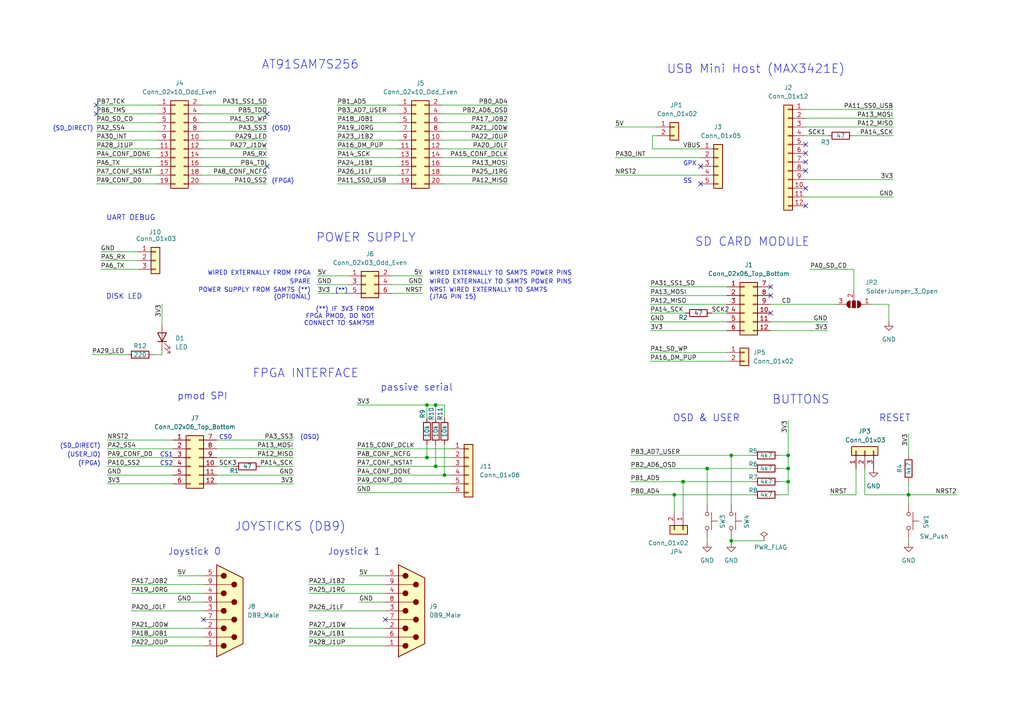
<source format=kicad_sch>
(kicad_sch (version 20211123) (generator eeschema)
  (paper "A4")
  (lib_symbols
    (symbol "Connector:DB9_Male" (pin_names (offset 1.016) hide)
      (property "Reference" "J" (at 0 13.97 0))
      (property "Value" "DB9_Male" (at 0 -14.605 0))
      (symbol "DB9_Male_0_1"
        (circle (center -1.778 -10.16) (radius 0.762) (fill (type outline)))
        (circle (center -1.778 -5.08) (radius 0.762) (fill (type outline)))
        (circle (center -1.778 0) (radius 0.762) (fill (type outline)))
        (circle (center -1.778 5.08) (radius 0.762) (fill (type outline)))
        (circle (center -1.778 10.16) (radius 0.762) (fill (type outline)))
        (polyline (pts (xy -3.81 -10.16) (xy -2.54 -10.16)))
        (polyline (pts (xy -3.81 -7.62) (xy 0.508 -7.62)))
        (polyline (pts (xy -3.81 -5.08) (xy -2.54 -5.08)))
        (polyline (pts (xy -3.81 -2.54) (xy 0.508 -2.54)))
        (polyline (pts (xy -3.81 0) (xy -2.54 0)))
        (polyline (pts (xy -3.81 2.54) (xy 0.508 2.54)))
        (polyline (pts (xy -3.81 5.08) (xy -2.54 5.08)))
        (polyline (pts (xy -3.81 7.62) (xy 0.508 7.62)))
        (polyline (pts (xy -3.81 10.16) (xy -2.54 10.16)))
        (polyline (pts (xy -3.81 -13.335) (xy -3.81 13.335) (xy 3.81 9.525) (xy 3.81 -9.525) (xy -3.81 -13.335)) (stroke (width 0.254)) (fill (type background)))
        (circle (center 1.27 -7.62) (radius 0.762) (fill (type outline)))
        (circle (center 1.27 -2.54) (radius 0.762) (fill (type outline)))
        (circle (center 1.27 2.54) (radius 0.762) (fill (type outline)))
        (circle (center 1.27 7.62) (radius 0.762) (fill (type outline)))
      )
      (symbol "DB9_Male_1_1"
        (pin passive line (at -7.62 -10.16 0) (length 3.81) (name "1") (number "1"))
        (pin passive line (at -7.62 -5.08 0) (length 3.81) (name "2") (number "2"))
        (pin passive line (at -7.62 0 0) (length 3.81) (name "3") (number "3"))
        (pin passive line (at -7.62 5.08 0) (length 3.81) (name "4") (number "4"))
        (pin passive line (at -7.62 10.16 0) (length 3.81) (name "5") (number "5"))
        (pin passive line (at -7.62 -7.62 0) (length 3.81) (name "6") (number "6"))
        (pin passive line (at -7.62 -2.54 0) (length 3.81) (name "7") (number "7"))
        (pin passive line (at -7.62 2.54 0) (length 3.81) (name "8") (number "8"))
        (pin passive line (at -7.62 7.62 0) (length 3.81) (name "9") (number "9"))
      )
    )
    (symbol "Connector_Generic:Conn_01x02" (pin_names (offset 1.016) hide)
      (property "Reference" "J" (at 0 2.54 0))
      (property "Value" "Conn_01x02" (at 0 -5.08 0))
      (symbol "Conn_01x02_1_1"
        (rectangle (start -1.27 -2.413) (end 0 -2.667) (stroke (width 0.1524)))
        (rectangle (start -1.27 0.127) (end 0 -0.127) (stroke (width 0.1524)))
        (rectangle (start -1.27 1.27) (end 1.27 -3.81) (stroke (width 0.254)) (fill (type background)))
        (pin passive line (at -5.08 0 0) (length 3.81) (name "Pin_1") (number "1"))
        (pin passive line (at -5.08 -2.54 0) (length 3.81) (name "Pin_2") (number "2"))
      )
    )
    (symbol "Connector_Generic:Conn_01x03" (pin_names (offset 1.016) hide)
      (property "Reference" "J" (at 0 5.08 0))
      (property "Value" "Conn_01x03" (at 0 -5.08 0))
      (symbol "Conn_01x03_1_1"
        (rectangle (start -1.27 -2.413) (end 0 -2.667) (stroke (width 0.1524)))
        (rectangle (start -1.27 0.127) (end 0 -0.127) (stroke (width 0.1524)))
        (rectangle (start -1.27 2.667) (end 0 2.413) (stroke (width 0.1524)))
        (rectangle (start -1.27 3.81) (end 1.27 -3.81) (stroke (width 0.254)) (fill (type background)))
        (pin passive line (at -5.08 2.54 0) (length 3.81) (name "Pin_1") (number "1"))
        (pin passive line (at -5.08 0 0) (length 3.81) (name "Pin_2") (number "2"))
        (pin passive line (at -5.08 -2.54 0) (length 3.81) (name "Pin_3") (number "3"))
      )
    )
    (symbol "Connector_Generic:Conn_01x05" (pin_names (offset 1.016) hide)
      (property "Reference" "J" (at 0 7.62 0))
      (property "Value" "Conn_01x05" (at 0 -7.62 0))
      (symbol "Conn_01x05_1_1"
        (rectangle (start -1.27 -4.953) (end 0 -5.207) (stroke (width 0.1524)))
        (rectangle (start -1.27 -2.413) (end 0 -2.667) (stroke (width 0.1524)))
        (rectangle (start -1.27 0.127) (end 0 -0.127) (stroke (width 0.1524)))
        (rectangle (start -1.27 2.667) (end 0 2.413) (stroke (width 0.1524)))
        (rectangle (start -1.27 5.207) (end 0 4.953) (stroke (width 0.1524)))
        (rectangle (start -1.27 6.35) (end 1.27 -6.35) (stroke (width 0.254)) (fill (type background)))
        (pin passive line (at -5.08 5.08 0) (length 3.81) (name "Pin_1") (number "1"))
        (pin passive line (at -5.08 2.54 0) (length 3.81) (name "Pin_2") (number "2"))
        (pin passive line (at -5.08 0 0) (length 3.81) (name "Pin_3") (number "3"))
        (pin passive line (at -5.08 -2.54 0) (length 3.81) (name "Pin_4") (number "4"))
        (pin passive line (at -5.08 -5.08 0) (length 3.81) (name "Pin_5") (number "5"))
      )
    )
    (symbol "Connector_Generic:Conn_01x06" (pin_names (offset 1.016) hide)
      (property "Reference" "J" (at 0 7.62 0))
      (property "Value" "Conn_01x06" (at 0 -10.16 0))
      (symbol "Conn_01x06_1_1"
        (rectangle (start -1.27 -7.493) (end 0 -7.747) (stroke (width 0.1524)))
        (rectangle (start -1.27 -4.953) (end 0 -5.207) (stroke (width 0.1524)))
        (rectangle (start -1.27 -2.413) (end 0 -2.667) (stroke (width 0.1524)))
        (rectangle (start -1.27 0.127) (end 0 -0.127) (stroke (width 0.1524)))
        (rectangle (start -1.27 2.667) (end 0 2.413) (stroke (width 0.1524)))
        (rectangle (start -1.27 5.207) (end 0 4.953) (stroke (width 0.1524)))
        (rectangle (start -1.27 6.35) (end 1.27 -8.89) (stroke (width 0.254)) (fill (type background)))
        (pin passive line (at -5.08 5.08 0) (length 3.81) (name "Pin_1") (number "1"))
        (pin passive line (at -5.08 2.54 0) (length 3.81) (name "Pin_2") (number "2"))
        (pin passive line (at -5.08 0 0) (length 3.81) (name "Pin_3") (number "3"))
        (pin passive line (at -5.08 -2.54 0) (length 3.81) (name "Pin_4") (number "4"))
        (pin passive line (at -5.08 -5.08 0) (length 3.81) (name "Pin_5") (number "5"))
        (pin passive line (at -5.08 -7.62 0) (length 3.81) (name "Pin_6") (number "6"))
      )
    )
    (symbol "Connector_Generic:Conn_01x12" (pin_names (offset 1.016) hide)
      (property "Reference" "J" (at 0 15.24 0))
      (property "Value" "Conn_01x12" (at 0 -17.78 0))
      (symbol "Conn_01x12_1_1"
        (rectangle (start -1.27 -15.113) (end 0 -15.367) (stroke (width 0.1524)))
        (rectangle (start -1.27 -12.573) (end 0 -12.827) (stroke (width 0.1524)))
        (rectangle (start -1.27 -10.033) (end 0 -10.287) (stroke (width 0.1524)))
        (rectangle (start -1.27 -7.493) (end 0 -7.747) (stroke (width 0.1524)))
        (rectangle (start -1.27 -4.953) (end 0 -5.207) (stroke (width 0.1524)))
        (rectangle (start -1.27 -2.413) (end 0 -2.667) (stroke (width 0.1524)))
        (rectangle (start -1.27 0.127) (end 0 -0.127) (stroke (width 0.1524)))
        (rectangle (start -1.27 2.667) (end 0 2.413) (stroke (width 0.1524)))
        (rectangle (start -1.27 5.207) (end 0 4.953) (stroke (width 0.1524)))
        (rectangle (start -1.27 7.747) (end 0 7.493) (stroke (width 0.1524)))
        (rectangle (start -1.27 10.287) (end 0 10.033) (stroke (width 0.1524)))
        (rectangle (start -1.27 12.827) (end 0 12.573) (stroke (width 0.1524)))
        (rectangle (start -1.27 13.97) (end 1.27 -16.51) (stroke (width 0.254)) (fill (type background)))
        (pin passive line (at -5.08 12.7 0) (length 3.81) (name "Pin_1") (number "1"))
        (pin passive line (at -5.08 -10.16 0) (length 3.81) (name "Pin_10") (number "10"))
        (pin passive line (at -5.08 -12.7 0) (length 3.81) (name "Pin_11") (number "11"))
        (pin passive line (at -5.08 -15.24 0) (length 3.81) (name "Pin_12") (number "12"))
        (pin passive line (at -5.08 10.16 0) (length 3.81) (name "Pin_2") (number "2"))
        (pin passive line (at -5.08 7.62 0) (length 3.81) (name "Pin_3") (number "3"))
        (pin passive line (at -5.08 5.08 0) (length 3.81) (name "Pin_4") (number "4"))
        (pin passive line (at -5.08 2.54 0) (length 3.81) (name "Pin_5") (number "5"))
        (pin passive line (at -5.08 0 0) (length 3.81) (name "Pin_6") (number "6"))
        (pin passive line (at -5.08 -2.54 0) (length 3.81) (name "Pin_7") (number "7"))
        (pin passive line (at -5.08 -5.08 0) (length 3.81) (name "Pin_8") (number "8"))
        (pin passive line (at -5.08 -7.62 0) (length 3.81) (name "Pin_9") (number "9"))
      )
    )
    (symbol "Connector_Generic:Conn_02x03_Odd_Even" (pin_names (offset 1.016) hide)
      (property "Reference" "J" (at 1.27 5.08 0))
      (property "Value" "Conn_02x03_Odd_Even" (at 1.27 -5.08 0))
      (symbol "Conn_02x03_Odd_Even_1_1"
        (rectangle (start -1.27 -2.413) (end 0 -2.667) (stroke (width 0.1524)))
        (rectangle (start -1.27 0.127) (end 0 -0.127) (stroke (width 0.1524)))
        (rectangle (start -1.27 2.667) (end 0 2.413) (stroke (width 0.1524)))
        (rectangle (start -1.27 3.81) (end 3.81 -3.81) (stroke (width 0.254)) (fill (type background)))
        (rectangle (start 3.81 -2.413) (end 2.54 -2.667) (stroke (width 0.1524)))
        (rectangle (start 3.81 0.127) (end 2.54 -0.127) (stroke (width 0.1524)))
        (rectangle (start 3.81 2.667) (end 2.54 2.413) (stroke (width 0.1524)))
        (pin passive line (at -5.08 2.54 0) (length 3.81) (name "Pin_1") (number "1"))
        (pin passive line (at 7.62 2.54 180) (length 3.81) (name "Pin_2") (number "2"))
        (pin passive line (at -5.08 0 0) (length 3.81) (name "Pin_3") (number "3"))
        (pin passive line (at 7.62 0 180) (length 3.81) (name "Pin_4") (number "4"))
        (pin passive line (at -5.08 -2.54 0) (length 3.81) (name "Pin_5") (number "5"))
        (pin passive line (at 7.62 -2.54 180) (length 3.81) (name "Pin_6") (number "6"))
      )
    )
    (symbol "Connector_Generic:Conn_02x06_Top_Bottom" (pin_names (offset 1.016) hide)
      (property "Reference" "J" (at 1.27 7.62 0))
      (property "Value" "Conn_02x06_Top_Bottom" (at 1.27 -10.16 0))
      (symbol "Conn_02x06_Top_Bottom_1_1"
        (rectangle (start -1.27 -7.493) (end 0 -7.747) (stroke (width 0.1524)))
        (rectangle (start -1.27 -4.953) (end 0 -5.207) (stroke (width 0.1524)))
        (rectangle (start -1.27 -2.413) (end 0 -2.667) (stroke (width 0.1524)))
        (rectangle (start -1.27 0.127) (end 0 -0.127) (stroke (width 0.1524)))
        (rectangle (start -1.27 2.667) (end 0 2.413) (stroke (width 0.1524)))
        (rectangle (start -1.27 5.207) (end 0 4.953) (stroke (width 0.1524)))
        (rectangle (start -1.27 6.35) (end 3.81 -8.89) (stroke (width 0.254)) (fill (type background)))
        (rectangle (start 3.81 -7.493) (end 2.54 -7.747) (stroke (width 0.1524)))
        (rectangle (start 3.81 -4.953) (end 2.54 -5.207) (stroke (width 0.1524)))
        (rectangle (start 3.81 -2.413) (end 2.54 -2.667) (stroke (width 0.1524)))
        (rectangle (start 3.81 0.127) (end 2.54 -0.127) (stroke (width 0.1524)))
        (rectangle (start 3.81 2.667) (end 2.54 2.413) (stroke (width 0.1524)))
        (rectangle (start 3.81 5.207) (end 2.54 4.953) (stroke (width 0.1524)))
        (pin passive line (at -5.08 5.08 0) (length 3.81) (name "Pin_1") (number "1"))
        (pin passive line (at 7.62 -2.54 180) (length 3.81) (name "Pin_10") (number "10"))
        (pin passive line (at 7.62 -5.08 180) (length 3.81) (name "Pin_11") (number "11"))
        (pin passive line (at 7.62 -7.62 180) (length 3.81) (name "Pin_12") (number "12"))
        (pin passive line (at -5.08 2.54 0) (length 3.81) (name "Pin_2") (number "2"))
        (pin passive line (at -5.08 0 0) (length 3.81) (name "Pin_3") (number "3"))
        (pin passive line (at -5.08 -2.54 0) (length 3.81) (name "Pin_4") (number "4"))
        (pin passive line (at -5.08 -5.08 0) (length 3.81) (name "Pin_5") (number "5"))
        (pin passive line (at -5.08 -7.62 0) (length 3.81) (name "Pin_6") (number "6"))
        (pin passive line (at 7.62 5.08 180) (length 3.81) (name "Pin_7") (number "7"))
        (pin passive line (at 7.62 2.54 180) (length 3.81) (name "Pin_8") (number "8"))
        (pin passive line (at 7.62 0 180) (length 3.81) (name "Pin_9") (number "9"))
      )
    )
    (symbol "Connector_Generic:Conn_02x10_Odd_Even" (pin_names (offset 1.016) hide)
      (property "Reference" "J" (at 1.27 12.7 0))
      (property "Value" "Conn_02x10_Odd_Even" (at 1.27 -15.24 0))
      (symbol "Conn_02x10_Odd_Even_1_1"
        (rectangle (start -1.27 -12.573) (end 0 -12.827) (stroke (width 0.1524)))
        (rectangle (start -1.27 -10.033) (end 0 -10.287) (stroke (width 0.1524)))
        (rectangle (start -1.27 -7.493) (end 0 -7.747) (stroke (width 0.1524)))
        (rectangle (start -1.27 -4.953) (end 0 -5.207) (stroke (width 0.1524)))
        (rectangle (start -1.27 -2.413) (end 0 -2.667) (stroke (width 0.1524)))
        (rectangle (start -1.27 0.127) (end 0 -0.127) (stroke (width 0.1524)))
        (rectangle (start -1.27 2.667) (end 0 2.413) (stroke (width 0.1524)))
        (rectangle (start -1.27 5.207) (end 0 4.953) (stroke (width 0.1524)))
        (rectangle (start -1.27 7.747) (end 0 7.493) (stroke (width 0.1524)))
        (rectangle (start -1.27 10.287) (end 0 10.033) (stroke (width 0.1524)))
        (rectangle (start -1.27 11.43) (end 3.81 -13.97) (stroke (width 0.254)) (fill (type background)))
        (rectangle (start 3.81 -12.573) (end 2.54 -12.827) (stroke (width 0.1524)))
        (rectangle (start 3.81 -10.033) (end 2.54 -10.287) (stroke (width 0.1524)))
        (rectangle (start 3.81 -7.493) (end 2.54 -7.747) (stroke (width 0.1524)))
        (rectangle (start 3.81 -4.953) (end 2.54 -5.207) (stroke (width 0.1524)))
        (rectangle (start 3.81 -2.413) (end 2.54 -2.667) (stroke (width 0.1524)))
        (rectangle (start 3.81 0.127) (end 2.54 -0.127) (stroke (width 0.1524)))
        (rectangle (start 3.81 2.667) (end 2.54 2.413) (stroke (width 0.1524)))
        (rectangle (start 3.81 5.207) (end 2.54 4.953) (stroke (width 0.1524)))
        (rectangle (start 3.81 7.747) (end 2.54 7.493) (stroke (width 0.1524)))
        (rectangle (start 3.81 10.287) (end 2.54 10.033) (stroke (width 0.1524)))
        (pin passive line (at -5.08 10.16 0) (length 3.81) (name "Pin_1") (number "1"))
        (pin passive line (at 7.62 0 180) (length 3.81) (name "Pin_10") (number "10"))
        (pin passive line (at -5.08 -2.54 0) (length 3.81) (name "Pin_11") (number "11"))
        (pin passive line (at 7.62 -2.54 180) (length 3.81) (name "Pin_12") (number "12"))
        (pin passive line (at -5.08 -5.08 0) (length 3.81) (name "Pin_13") (number "13"))
        (pin passive line (at 7.62 -5.08 180) (length 3.81) (name "Pin_14") (number "14"))
        (pin passive line (at -5.08 -7.62 0) (length 3.81) (name "Pin_15") (number "15"))
        (pin passive line (at 7.62 -7.62 180) (length 3.81) (name "Pin_16") (number "16"))
        (pin passive line (at -5.08 -10.16 0) (length 3.81) (name "Pin_17") (number "17"))
        (pin passive line (at 7.62 -10.16 180) (length 3.81) (name "Pin_18") (number "18"))
        (pin passive line (at -5.08 -12.7 0) (length 3.81) (name "Pin_19") (number "19"))
        (pin passive line (at 7.62 10.16 180) (length 3.81) (name "Pin_2") (number "2"))
        (pin passive line (at 7.62 -12.7 180) (length 3.81) (name "Pin_20") (number "20"))
        (pin passive line (at -5.08 7.62 0) (length 3.81) (name "Pin_3") (number "3"))
        (pin passive line (at 7.62 7.62 180) (length 3.81) (name "Pin_4") (number "4"))
        (pin passive line (at -5.08 5.08 0) (length 3.81) (name "Pin_5") (number "5"))
        (pin passive line (at 7.62 5.08 180) (length 3.81) (name "Pin_6") (number "6"))
        (pin passive line (at -5.08 2.54 0) (length 3.81) (name "Pin_7") (number "7"))
        (pin passive line (at 7.62 2.54 180) (length 3.81) (name "Pin_8") (number "8"))
        (pin passive line (at -5.08 0 0) (length 3.81) (name "Pin_9") (number "9"))
      )
    )
    (symbol "Device:LED" (pin_numbers hide) (pin_names (offset 1.016) hide)
      (property "Reference" "D" (at 0 2.54 0))
      (property "Value" "LED" (at 0 -2.54 0))
      (symbol "LED_0_1"
        (polyline (pts (xy -1.27 -1.27) (xy -1.27 1.27)) (stroke (width 0.254)))
        (polyline (pts (xy -1.27 0) (xy 1.27 0)))
        (polyline (pts (xy 1.27 -1.27) (xy 1.27 1.27) (xy -1.27 0) (xy 1.27 -1.27)) (stroke (width 0.254)))
        (polyline (pts (xy -3.048 -0.762) (xy -4.572 -2.286) (xy -3.81 -2.286) (xy -4.572 -2.286) (xy -4.572 -1.524)))
        (polyline (pts (xy -1.778 -0.762) (xy -3.302 -2.286) (xy -2.54 -2.286) (xy -3.302 -2.286) (xy -3.302 -1.524)))
      )
      (symbol "LED_1_1"
        (pin passive line (at -3.81 0 0) (length 2.54) (name "K") (number "1"))
        (pin passive line (at 3.81 0 180) (length 2.54) (name "A") (number "2"))
      )
    )
    (symbol "Device:R" (pin_numbers hide) (pin_names (offset 0))
      (property "Reference" "R" (at 2.032 0 90))
      (property "Value" "R" (at 0 0 90))
      (symbol "R_0_1"
        (rectangle (start -1.016 -2.54) (end 1.016 2.54) (stroke (width 0.254)))
      )
      (symbol "R_1_1"
        (pin passive line (at 0 3.81 270) (length 1.27) (name "~") (number "1"))
        (pin passive line (at 0 -3.81 90) (length 1.27) (name "~") (number "2"))
      )
    )
    (symbol "Jumper:SolderJumper_3_Open" (pin_names (offset 0) hide)
      (property "Reference" "JP" (at -2.54 -2.54 0))
      (property "Value" "SolderJumper_3_Open" (at 0 2.794 0))
      (symbol "SolderJumper_3_Open_0_1"
        (arc (start -1.016 1.016) (mid -2.032 0) (end -1.016 -1.016))
        (arc (start -1.016 1.016) (mid -2.032 0) (end -1.016 -1.016) (fill (type outline)))
        (rectangle (start -0.508 1.016) (end 0.508 -1.016) (fill (type outline)))
        (polyline (pts (xy -2.54 0) (xy -2.032 0)))
        (polyline (pts (xy -1.016 1.016) (xy -1.016 -1.016)))
        (polyline (pts (xy 0 -1.27) (xy 0 -1.016)))
        (polyline (pts (xy 1.016 1.016) (xy 1.016 -1.016)))
        (polyline (pts (xy 2.54 0) (xy 2.032 0)))
        (arc (start 1.016 -1.016) (mid 2.032 0) (end 1.016 1.016))
        (arc (start 1.016 -1.016) (mid 2.032 0) (end 1.016 1.016) (fill (type outline)))
      )
      (symbol "SolderJumper_3_Open_1_1"
        (pin passive line (at -5.08 0 0) (length 2.54) (name "A") (number "1"))
        (pin passive line (at 0 -3.81 90) (length 2.54) (name "C") (number "2"))
        (pin passive line (at 5.08 0 180) (length 2.54) (name "B") (number "3"))
      )
    )
    (symbol "Switch:SW_Push" (pin_numbers hide) (pin_names (offset 1.016) hide)
      (property "Reference" "SW" (at 1.27 2.54 0))
      (property "Value" "SW_Push" (at 0 -1.524 0))
      (symbol "SW_Push_0_1"
        (circle (center -2.032 0) (radius 0.508))
        (polyline (pts (xy 0 1.27) (xy 0 3.048)))
        (polyline (pts (xy 2.54 1.27) (xy -2.54 1.27)))
        (circle (center 2.032 0) (radius 0.508))
        (pin passive line (at -5.08 0 0) (length 2.54) (name "1") (number "1"))
        (pin passive line (at 5.08 0 180) (length 2.54) (name "2") (number "2"))
      )
    )
    (symbol "power:GND" (power) (pin_names (offset 0))
      (property "Value" "GND" (at 0 -3.81 0))
      (symbol "GND_0_1"
        (polyline (pts (xy 0 0) (xy 0 -1.27) (xy 1.27 -1.27) (xy 0 -2.54) (xy -1.27 -1.27) (xy 0 -1.27)))
      )
      (symbol "GND_1_1"
        (pin power_in line (at 0 0 270) (length 0) hide (name "GND") (number "1"))
      )
    )
    (symbol "power:PWR_FLAG" (power) (pin_numbers hide) (pin_names (offset 0) hide)
      (property "Value" "PWR_FLAG" (at 0 3.81 0))
      (symbol "PWR_FLAG_0_0"
        (pin power_out line (at 0 0 90) (length 0) (name "pwr") (number "1"))
      )
      (symbol "PWR_FLAG_0_1"
        (polyline (pts (xy 0 0) (xy 0 1.27) (xy -1.016 1.905) (xy 0 2.54) (xy 1.016 1.905) (xy 0 1.27)))
      )
    )
  )
  (junction (at 128.905 137.795))
  (junction (at 212.09 156.845))
  (junction (at 228.6 139.7))
  (junction (at 126.365 117.475))
  (junction (at 228.6 132.08))
  (junction (at 198.12 139.7))
  (junction (at 263.525 143.51))
  (junction (at 123.825 132.715))
  (junction (at 228.6 135.89))
  (junction (at 126.365 135.255))
  (junction (at 123.825 117.475))
  (junction (at 205.105 135.89))
  (junction (at 212.09 132.08))
  (junction (at 195.58 143.51))
  (no_connect (at 233.68 49.53))
  (no_connect (at 77.47 48.26))
  (no_connect (at 203.2 53.34))
  (no_connect (at 27.94 30.48))
  (no_connect (at 233.68 44.45))
  (no_connect (at 111.76 179.705))
  (no_connect (at 59.055 179.705))
  (no_connect (at 77.47 33.02))
  (no_connect (at 233.68 46.99))
  (no_connect (at 223.52 90.805))
  (no_connect (at 233.68 41.91))
  (no_connect (at 233.68 54.61))
  (no_connect (at 203.2 48.26))
  (no_connect (at 223.52 83.185))
  (no_connect (at 233.68 59.69))
  (no_connect (at 27.94 33.02))
  (no_connect (at 223.52 85.725))
  (wire (pts (xy 97.79 40.64) (xy 115.57 40.64)))
  (wire (pts (xy 27.94 38.1) (xy 45.72 38.1)))
  (wire (pts (xy 233.68 34.29) (xy 259.08 34.29)))
  (wire (pts (xy 126.365 117.475) (xy 126.365 121.285)))
  (wire (pts (xy 27.94 50.8) (xy 45.72 50.8)))
  (wire (pts (xy 58.42 38.1) (xy 77.47 38.1)))
  (wire (pts (xy 188.595 93.345) (xy 210.82 93.345)))
  (wire (pts (xy 51.435 167.005) (xy 59.055 167.005)))
  (wire (pts (xy 38.1 182.245) (xy 59.055 182.245)))
  (wire (pts (xy 223.52 95.885) (xy 240.03 95.885)))
  (wire (pts (xy 62.865 137.795) (xy 85.09 137.795)))
  (wire (pts (xy 103.505 132.715) (xy 123.825 132.715)))
  (wire (pts (xy 38.1 172.085) (xy 59.055 172.085)))
  (wire (pts (xy 250.825 143.51) (xy 263.525 143.51)))
  (wire (pts (xy 182.88 143.51) (xy 195.58 143.51)))
  (wire (pts (xy 188.595 88.265) (xy 210.82 88.265)))
  (wire (pts (xy 128.905 117.475) (xy 126.365 117.475)))
  (wire (pts (xy 128.27 50.8) (xy 147.32 50.8)))
  (wire (pts (xy 58.42 33.02) (xy 77.47 33.02)))
  (wire (pts (xy 97.79 45.72) (xy 115.57 45.72)))
  (wire (pts (xy 228.6 135.89) (xy 228.6 139.7)))
  (wire (pts (xy 38.1 177.165) (xy 59.055 177.165)))
  (wire (pts (xy 128.27 43.18) (xy 147.32 43.18)))
  (wire (pts (xy 257.81 88.265) (xy 257.81 93.345)))
  (wire (pts (xy 27.94 33.02) (xy 45.72 33.02)))
  (wire (pts (xy 31.115 132.715) (xy 50.165 132.715)))
  (wire (pts (xy 188.595 90.805) (xy 198.755 90.805)))
  (wire (pts (xy 27.94 35.56) (xy 45.72 35.56)))
  (wire (pts (xy 128.27 45.72) (xy 147.32 45.72)))
  (wire (pts (xy 97.79 48.26) (xy 115.57 48.26)))
  (wire (pts (xy 31.115 137.795) (xy 50.165 137.795)))
  (wire (pts (xy 128.27 53.34) (xy 147.32 53.34)))
  (wire (pts (xy 113.665 82.55) (xy 122.555 82.55)))
  (wire (pts (xy 58.42 48.26) (xy 77.47 48.26)))
  (wire (pts (xy 247.65 39.37) (xy 259.08 39.37)))
  (wire (pts (xy 58.42 35.56) (xy 77.47 35.56)))
  (wire (pts (xy 89.535 177.165) (xy 111.76 177.165)))
  (wire (pts (xy 212.09 156.845) (xy 212.09 157.48)))
  (wire (pts (xy 123.825 117.475) (xy 123.825 121.285)))
  (wire (pts (xy 89.535 172.085) (xy 111.76 172.085)))
  (wire (pts (xy 182.88 132.08) (xy 212.09 132.08)))
  (wire (pts (xy 233.68 39.37) (xy 240.03 39.37)))
  (wire (pts (xy 198.12 139.7) (xy 198.12 148.59)))
  (wire (pts (xy 206.375 90.805) (xy 210.82 90.805)))
  (wire (pts (xy 190.5 39.37) (xy 189.23 39.37)))
  (wire (pts (xy 97.79 50.8) (xy 115.57 50.8)))
  (wire (pts (xy 31.115 130.175) (xy 50.165 130.175)))
  (wire (pts (xy 188.595 102.235) (xy 210.82 102.235)))
  (wire (pts (xy 29.21 75.565) (xy 40.005 75.565)))
  (wire (pts (xy 263.525 139.7) (xy 263.525 143.51)))
  (wire (pts (xy 103.505 142.875) (xy 130.81 142.875)))
  (wire (pts (xy 31.115 140.335) (xy 50.165 140.335)))
  (wire (pts (xy 97.79 35.56) (xy 115.57 35.56)))
  (wire (pts (xy 97.79 30.48) (xy 115.57 30.48)))
  (wire (pts (xy 178.435 36.83) (xy 190.5 36.83)))
  (wire (pts (xy 62.865 140.335) (xy 85.09 140.335)))
  (wire (pts (xy 228.6 121.92) (xy 228.6 132.08)))
  (wire (pts (xy 31.115 135.255) (xy 50.165 135.255)))
  (wire (pts (xy 62.865 127.635) (xy 85.09 127.635)))
  (wire (pts (xy 58.42 45.72) (xy 77.47 45.72)))
  (wire (pts (xy 89.535 169.545) (xy 111.76 169.545)))
  (wire (pts (xy 263.525 143.51) (xy 277.495 143.51)))
  (wire (pts (xy 189.23 39.37) (xy 189.23 43.18)))
  (wire (pts (xy 38.1 184.785) (xy 59.055 184.785)))
  (wire (pts (xy 113.665 85.09) (xy 122.555 85.09)))
  (wire (pts (xy 58.42 43.18) (xy 77.47 43.18)))
  (wire (pts (xy 31.115 127.635) (xy 50.165 127.635)))
  (wire (pts (xy 59.055 174.625) (xy 51.435 174.625)))
  (wire (pts (xy 97.79 38.1) (xy 115.57 38.1)))
  (wire (pts (xy 92.075 82.55) (xy 100.965 82.55)))
  (wire (pts (xy 97.79 43.18) (xy 115.57 43.18)))
  (wire (pts (xy 195.58 143.51) (xy 218.44 143.51)))
  (wire (pts (xy 103.505 130.175) (xy 130.81 130.175)))
  (wire (pts (xy 212.09 132.08) (xy 218.44 132.08)))
  (wire (pts (xy 62.865 135.255) (xy 67.945 135.255)))
  (wire (pts (xy 226.06 132.08) (xy 228.6 132.08)))
  (wire (pts (xy 240.665 143.51) (xy 248.285 143.51)))
  (wire (pts (xy 223.52 93.345) (xy 240.03 93.345)))
  (wire (pts (xy 228.6 143.51) (xy 226.06 143.51)))
  (wire (pts (xy 212.09 132.08) (xy 212.09 146.05)))
  (wire (pts (xy 205.105 156.21) (xy 205.105 157.48)))
  (wire (pts (xy 188.595 85.725) (xy 210.82 85.725)))
  (wire (pts (xy 182.88 135.89) (xy 205.105 135.89)))
  (wire (pts (xy 263.525 146.05) (xy 263.525 143.51)))
  (wire (pts (xy 128.27 30.48) (xy 147.32 30.48)))
  (wire (pts (xy 128.27 35.56) (xy 147.32 35.56)))
  (wire (pts (xy 226.06 139.7) (xy 228.6 139.7)))
  (wire (pts (xy 233.68 36.83) (xy 259.08 36.83)))
  (wire (pts (xy 89.535 182.245) (xy 111.76 182.245)))
  (wire (pts (xy 178.435 45.72) (xy 203.2 45.72)))
  (wire (pts (xy 103.505 135.255) (xy 126.365 135.255)))
  (wire (pts (xy 97.79 53.34) (xy 115.57 53.34)))
  (wire (pts (xy 92.075 85.09) (xy 100.965 85.09)))
  (wire (pts (xy 228.6 139.7) (xy 228.6 143.51)))
  (wire (pts (xy 226.06 135.89) (xy 228.6 135.89)))
  (wire (pts (xy 27.94 43.18) (xy 45.72 43.18)))
  (wire (pts (xy 103.505 117.475) (xy 123.825 117.475)))
  (wire (pts (xy 221.615 156.845) (xy 212.09 156.845)))
  (wire (pts (xy 38.1 169.545) (xy 59.055 169.545)))
  (wire (pts (xy 198.12 139.7) (xy 218.44 139.7)))
  (wire (pts (xy 29.21 73.025) (xy 40.005 73.025)))
  (wire (pts (xy 123.825 128.905) (xy 123.825 132.715)))
  (wire (pts (xy 189.23 43.18) (xy 203.2 43.18)))
  (wire (pts (xy 75.565 135.255) (xy 85.09 135.255)))
  (wire (pts (xy 250.825 135.89) (xy 250.825 143.51)))
  (wire (pts (xy 62.865 130.175) (xy 85.09 130.175)))
  (wire (pts (xy 38.1 187.325) (xy 59.055 187.325)))
  (wire (pts (xy 178.435 50.8) (xy 203.2 50.8)))
  (wire (pts (xy 263.525 125.73) (xy 263.525 132.08)))
  (wire (pts (xy 188.595 95.885) (xy 210.82 95.885)))
  (wire (pts (xy 128.27 38.1) (xy 147.32 38.1)))
  (wire (pts (xy 223.52 88.265) (xy 242.57 88.265)))
  (wire (pts (xy 263.525 156.21) (xy 263.525 157.48)))
  (wire (pts (xy 233.68 57.15) (xy 259.08 57.15)))
  (wire (pts (xy 212.09 156.21) (xy 212.09 156.845)))
  (wire (pts (xy 228.6 132.08) (xy 228.6 135.89)))
  (wire (pts (xy 128.27 40.64) (xy 147.32 40.64)))
  (wire (pts (xy 233.68 52.07) (xy 259.08 52.07)))
  (wire (pts (xy 29.21 78.105) (xy 40.005 78.105)))
  (wire (pts (xy 62.865 132.715) (xy 85.09 132.715)))
  (wire (pts (xy 247.65 78.105) (xy 247.65 84.455)))
  (wire (pts (xy 103.505 137.795) (xy 128.905 137.795)))
  (wire (pts (xy 126.365 135.255) (xy 130.81 135.255)))
  (wire (pts (xy 27.94 48.26) (xy 45.72 48.26)))
  (wire (pts (xy 27.94 53.34) (xy 45.72 53.34)))
  (wire (pts (xy 248.285 135.89) (xy 248.285 143.51)))
  (wire (pts (xy 46.99 88.265) (xy 46.99 93.98)))
  (wire (pts (xy 58.42 30.48) (xy 77.47 30.48)))
  (wire (pts (xy 58.42 40.64) (xy 77.47 40.64)))
  (wire (pts (xy 128.905 128.905) (xy 128.905 137.795)))
  (wire (pts (xy 27.94 30.48) (xy 45.72 30.48)))
  (wire (pts (xy 58.42 53.34) (xy 77.47 53.34)))
  (wire (pts (xy 103.505 140.335) (xy 130.81 140.335)))
  (wire (pts (xy 111.76 174.625) (xy 104.14 174.625)))
  (wire (pts (xy 233.68 31.75) (xy 259.08 31.75)))
  (wire (pts (xy 113.665 80.01) (xy 122.555 80.01)))
  (wire (pts (xy 58.42 50.8) (xy 77.47 50.8)))
  (wire (pts (xy 128.905 137.795) (xy 130.81 137.795)))
  (wire (pts (xy 128.27 33.02) (xy 147.32 33.02)))
  (wire (pts (xy 92.075 80.01) (xy 100.965 80.01)))
  (wire (pts (xy 205.105 135.89) (xy 218.44 135.89)))
  (wire (pts (xy 128.905 121.285) (xy 128.905 117.475)))
  (wire (pts (xy 195.58 143.51) (xy 195.58 148.59)))
  (wire (pts (xy 188.595 83.185) (xy 210.82 83.185)))
  (wire (pts (xy 89.535 187.325) (xy 111.76 187.325)))
  (wire (pts (xy 27.94 45.72) (xy 45.72 45.72)))
  (wire (pts (xy 234.95 78.105) (xy 247.65 78.105)))
  (wire (pts (xy 26.67 102.87) (xy 36.83 102.87)))
  (wire (pts (xy 205.105 135.89) (xy 205.105 146.05)))
  (wire (pts (xy 46.99 101.6) (xy 46.99 102.87)))
  (wire (pts (xy 182.88 139.7) (xy 198.12 139.7)))
  (wire (pts (xy 104.14 167.005) (xy 111.76 167.005)))
  (wire (pts (xy 46.99 102.87) (xy 44.45 102.87)))
  (wire (pts (xy 97.79 33.02) (xy 115.57 33.02)))
  (wire (pts (xy 128.27 48.26) (xy 147.32 48.26)))
  (wire (pts (xy 126.365 128.905) (xy 126.365 135.255)))
  (wire (pts (xy 252.73 88.265) (xy 257.81 88.265)))
  (wire (pts (xy 123.825 132.715) (xy 130.81 132.715)))
  (wire (pts (xy 27.94 40.64) (xy 45.72 40.64)))
  (wire (pts (xy 89.535 184.785) (xy 111.76 184.785)))
  (wire (pts (xy 126.365 117.475) (xy 123.825 117.475)))
  (wire (pts (xy 188.595 104.775) (xy 210.82 104.775)))
  (text "WIRED EXTERNALLY FROM FPGA" (at 90.17 80.01 180) (effects (font (size 1.27 1.27)) (justify right bottom)))
  (text "CS1" (at 46.355 132.715 0) (effects (font (size 1.27 1.27)) (justify left bottom)))
  (text "(SD_DIRECT)" (at 29.21 130.175 180) (effects (font (size 1.27 1.27)) (justify right bottom)))
  (text "USB Mini Host (MAX3421E)\n" (at 245.11 21.59 180) (effects (font (size 2.5 2.5)) (justify right bottom)))
  (text "CS2" (at 46.355 135.255 0) (effects (font (size 1.27 1.27)) (justify left bottom)))
  (text "GPX" (at 198.12 48.26 0) (effects (font (size 1.27 1.27)) (justify left bottom)))
  (text "SS" (at 198.12 53.34 0) (effects (font (size 1.27 1.27)) (justify left bottom)))
  (text "UART DEBUG" (at 45.085 64.135 180) (effects (font (size 1.5 1.5)) (justify right bottom)))
  (text "(**) IF 3V3 FROM\nFPGA PMOD, DO NOT\nCONNECT TO SAM7S!!" (at 108.585 94.615 180) (effects (font (size 1.27 1.27)) (justify right bottom)))
  (text "JOYSTICKS (DB9)\n" (at 100.33 154.305 180) (effects (font (size 2.5 2.5)) (justify right bottom)))
  (text "Joystick 0" (at 64.135 161.29 180) (effects (font (size 2 2)) (justify right bottom)))
  (text "OSD & USER" (at 214.63 122.555 180) (effects (font (size 2 2)) (justify right bottom)))
  (text "(OSD)" (at 78.74 38.1 0) (effects (font (size 1.27 1.27)) (justify left bottom)))
  (text "WIRED EXTERNALLY TO SAM7S POWER PINS" (at 124.46 82.55 0) (effects (font (size 1.27 1.27)) (justify left bottom)))
  (text "WIRED EXTERNALLY TO SAM7S POWER PINS" (at 124.46 80.01 0) (effects (font (size 1.27 1.27)) (justify left bottom)))
  (text "Joystick 1" (at 110.49 161.29 180) (effects (font (size 2 2)) (justify right bottom)))
  (text "POWER SUPPLY FROM SAM7S (**)\n(OPTIONAL)" (at 90.17 86.995 180) (effects (font (size 1.27 1.27)) (justify right bottom)))
  (text "passive serial" (at 131.445 113.665 180) (effects (font (size 2 2)) (justify right bottom)))
  (text "(SD_DIRECT)" (at 15.24 38.1 0) (effects (font (size 1.27 1.27)) (justify left bottom)))
  (text "FPGA INTERFACE" (at 104.14 109.855 180) (effects (font (size 2.5 2.5)) (justify right bottom)))
  (text "(**)" (at 100.965 85.09 180) (effects (font (size 1.27 1.27)) (justify right bottom)))
  (text "(USER_IO)" (at 29.21 132.715 180) (effects (font (size 1.27 1.27)) (justify right bottom)))
  (text "POWER SUPPLY" (at 120.65 70.485 180) (effects (font (size 2.5 2.5)) (justify right bottom)))
  (text "DISK LED" (at 41.275 86.995 180) (effects (font (size 1.5 1.5)) (justify right bottom)))
  (text "SPARE" (at 90.17 82.55 180) (effects (font (size 1.27 1.27)) (justify right bottom)))
  (text "BUTTONS" (at 240.665 117.475 180) (effects (font (size 2.5 2.5)) (justify right bottom)))
  (text "CS0" (at 63.5 127.635 0) (effects (font (size 1.27 1.27)) (justify left bottom)))
  (text "RESET" (at 264.16 122.555 180) (effects (font (size 2 2)) (justify right bottom)))
  (text "(FPGA)" (at 29.21 135.255 180) (effects (font (size 1.27 1.27)) (justify right bottom)))
  (text "SD CARD MODULE" (at 234.95 71.755 180) (effects (font (size 2.5 2.5)) (justify right bottom)))
  (text "(FPGA)" (at 78.74 53.34 0) (effects (font (size 1.27 1.27)) (justify left bottom)))
  (text "AT91SAM7S256" (at 104.14 20.32 180) (effects (font (size 2.5 2.5)) (justify right bottom)))
  (text "(OSD)" (at 86.995 127.635 0) (effects (font (size 1.27 1.27)) (justify left bottom)))
  (text "NRST WIRED EXTERNALLY TO SAM7S\n(JTAG PIN 15)" (at 124.46 86.995 0) (effects (font (size 1.27 1.27)) (justify left bottom)))
  (text "pmod SPI" (at 66.04 116.205 180) (effects (font (size 2 2)) (justify right bottom)))
  (label "5V" (at 178.435 36.83 0))
  (label "PA25_J1RG" (at 147.32 50.8 180))
  (label "PA29_LED" (at 26.67 102.87 0))
  (label "GND" (at 122.555 82.55 180))
  (label "PB4_TDI" (at 77.47 48.26 180))
  (label "PA7_CONF_NSTAT" (at 103.505 135.255 0))
  (label "PA23_J1B2" (at 97.79 40.64 0))
  (label "SCK3" (at 63.5 135.255 0))
  (label "3V3" (at 103.505 117.475 0))
  (label "5V" (at 122.555 80.01 180))
  (label "GND" (at 51.435 174.625 0))
  (label "PA16_DM_PUP" (at 97.79 43.18 0))
  (label "PA20_J0LF" (at 147.32 43.18 180))
  (label "PA1_SD_WP" (at 188.595 102.235 0))
  (label "GND" (at 104.14 174.625 0))
  (label "PB1_AD5" (at 182.88 139.7 0))
  (label "PA31_SS1_SD" (at 77.47 30.48 180))
  (label "PA12_MISO" (at 259.08 36.83 180))
  (label "NRST" (at 122.555 85.09 180))
  (label "GND" (at 240.03 93.345 180))
  (label "PA12_MISO" (at 147.32 53.34 180))
  (label "3V3" (at 263.525 125.73 270))
  (label "PA14_SCK" (at 259.08 39.37 180))
  (label "PA8_CONF_NCFG" (at 103.505 132.715 0))
  (label "PA5_RX" (at 29.21 75.565 0))
  (label "PA0_SD_CD" (at 27.94 35.56 0))
  (label "PA4_CONF_DONE" (at 103.505 137.795 0))
  (label "PA15_CONF_DCLK" (at 103.505 130.175 0))
  (label "PA27_J1DW" (at 77.47 43.18 180))
  (label "PA3_SS3" (at 85.09 127.635 180))
  (label "PA9_CONF_D0" (at 27.94 53.34 0))
  (label "PA11_SS0_USB" (at 259.08 31.75 180))
  (label "PA10_SS2" (at 31.115 135.255 0))
  (label "PA27_J1DW" (at 89.535 182.245 0))
  (label "PB7_TCK" (at 27.94 30.48 0))
  (label "PA19_J0RG" (at 38.1 172.085 0))
  (label "PA26_J1LF" (at 89.535 177.165 0))
  (label "PA24_J1B1" (at 89.535 184.785 0))
  (label "PA3_SS3" (at 77.47 38.1 180))
  (label "PB0_AD4" (at 182.88 143.51 0))
  (label "5V" (at 51.435 167.005 0))
  (label "PA26_J1LF" (at 97.79 50.8 0))
  (label "PA31_SS1_SD" (at 188.595 83.185 0))
  (label "PA13_MOSI" (at 259.08 34.29 180))
  (label "PA11_SS0_USB" (at 97.79 53.34 0))
  (label "PA6_TX" (at 27.94 48.26 0))
  (label "3V3" (at 85.09 140.335 180))
  (label "PA0_SD_CD" (at 234.95 78.105 0))
  (label "CD" (at 226.695 88.265 0))
  (label "NRST2" (at 31.115 127.635 0))
  (label "PA24_J1B1" (at 97.79 48.26 0))
  (label "SCK2" (at 206.375 90.805 0))
  (label "PA25_J1RG" (at 89.535 172.085 0))
  (label "PB3_AD7_USER" (at 97.79 33.02 0))
  (label "PA8_CONF_NCFG" (at 77.47 50.8 180))
  (label "NRST" (at 240.665 143.51 0))
  (label "PA30_INT" (at 27.94 40.64 0))
  (label "PB0_AD4" (at 147.32 30.48 180))
  (label "3V3" (at 92.075 85.09 0))
  (label "3V3" (at 259.08 52.07 180))
  (label "PA15_CONF_DCLK" (at 147.32 45.72 180))
  (label "PB3_AD7_USER" (at 182.88 132.08 0))
  (label "GND" (at 92.075 82.55 0))
  (label "PA9_CONF_D0" (at 31.115 132.715 0))
  (label "PB1_AD5" (at 97.79 30.48 0))
  (label "3V3" (at 31.115 140.335 0))
  (label "PA13_MOSI" (at 85.09 130.175 180))
  (label "PA13_MOSI" (at 188.595 85.725 0))
  (label "PA20_J0LF" (at 38.1 177.165 0))
  (label "3V3" (at 240.03 95.885 180))
  (label "PA23_J1B2" (at 89.535 169.545 0))
  (label "PA1_SD_WP" (at 77.47 35.56 180))
  (label "GND" (at 31.115 137.795 0))
  (label "PA2_SS4" (at 27.94 38.1 0))
  (label "PA14_SCK" (at 188.595 90.805 0))
  (label "PA21_J0DW" (at 38.1 182.245 0))
  (label "PA16_DM_PUP" (at 188.595 104.775 0))
  (label "GND" (at 103.505 142.875 0))
  (label "PA7_CONF_NSTAT" (at 27.94 50.8 0))
  (label "PA6_TX" (at 29.21 78.105 0))
  (label "VBUS" (at 198.12 43.18 0))
  (label "PB2_AD6_OSD" (at 182.88 135.89 0))
  (label "GND" (at 85.09 137.795 180))
  (label "PB2_AD6_OSD" (at 147.32 33.02 180))
  (label "5V" (at 104.14 167.005 0))
  (label "NRST2" (at 178.435 50.8 0))
  (label "PA18_J0B1" (at 97.79 35.56 0))
  (label "PA5_RX" (at 77.47 45.72 180))
  (label "PA12_MISO" (at 85.09 132.715 180))
  (label "PA12_MISO" (at 188.595 88.265 0))
  (label "PA17_J0B2" (at 147.32 35.56 180))
  (label "PA10_SS2" (at 77.47 53.34 180))
  (label "PA14_SCK" (at 97.79 45.72 0))
  (label "PA22_J0UP" (at 147.32 40.64 180))
  (label "GND" (at 29.21 73.025 0))
  (label "SCK1" (at 234.315 39.37 0))
  (label "PA29_LED" (at 77.47 40.64 180))
  (label "PA30_INT" (at 178.435 45.72 0))
  (label "5V" (at 92.075 80.01 0))
  (label "PA14_SCK" (at 85.09 135.255 180))
  (label "NRST2" (at 277.495 143.51 180))
  (label "PA9_CONF_D0" (at 103.505 140.335 0))
  (label "PA17_J0B2" (at 38.1 169.545 0))
  (label "PA21_J0DW" (at 147.32 38.1 180))
  (label "PA28_J1UP" (at 89.535 187.325 0))
  (label "PA4_CONF_DONE" (at 27.94 45.72 0))
  (label "PA2_SS4" (at 31.115 130.175 0))
  (label "PA13_MOSI" (at 147.32 48.26 180))
  (label "PA19_J0RG" (at 97.79 38.1 0))
  (label "GND" (at 188.595 93.345 0))
  (label "3V3" (at 46.99 88.265 270))
  (label "PB6_TMS" (at 27.94 33.02 0))
  (label "PA22_J0UP" (at 38.1 187.325 0))
  (label "GND" (at 259.08 57.15 180))
  (label "PA28_J1UP" (at 27.94 43.18 0))
  (label "PB5_TDO" (at 77.47 33.02 180))
  (label "PA18_J0B1" (at 38.1 184.785 0))
  (label "3V3" (at 228.6 121.92 270))
  (label "3V3" (at 188.595 95.885 0))
  (symbol (lib_id "Device:R") (at 222.25 135.89 90) (unit 1)
    (property "Reference" "R6" (at 218.44 134.62 90))
    (property "Value" "4k7" (at 222.25 135.89 90))
    (property "Footprint" "Resistor_SMD:R_0805_2012Metric_Pad1.20x1.40mm_HandSolder" (effects hide))
  )
  (symbol (lib_id "Connector_Generic:Conn_01x12") (at 228.6 44.45 0) (mirror y) (unit 1)
    (property "Reference" "J2" (at 228.6 25.4 0))
    (property "Value" "Conn_01x12" (at 228.6 27.94 0))
    (property "Footprint" "Connector_PinSocket_2.54mm:PinSocket_1x12_P2.54mm_Vertical" (effects hide))
  )
  (symbol (lib_id "Device:R") (at 222.25 143.51 90) (unit 1)
    (property "Reference" "R8" (at 218.44 142.24 90))
    (property "Value" "4k7" (at 222.25 143.51 90))
    (property "Footprint" "Resistor_SMD:R_0805_2012Metric_Pad1.20x1.40mm_HandSolder" (effects hide))
  )
  (symbol (lib_id "power:GND") (at 212.09 157.48 0) (unit 1)
    (property "Reference" "#PWR0101" (effects hide))
    (property "Value" "GND" (at 212.09 162.56 0))
  )
  (symbol (lib_id "Device:LED") (at 46.99 97.79 90) (unit 1)
    (property "Reference" "D1" (at 50.8 98.1074 90) (effects (justify right)))
    (property "Value" "LED" (at 50.8 100.6474 90) (effects (justify right)))
    (property "Footprint" "Diode_SMD:D_0805_2012Metric_Pad1.15x1.40mm_HandSolder" (effects hide))
  )
  (symbol (lib_id "Device:R") (at 222.25 132.08 90) (unit 1)
    (property "Reference" "R5" (at 218.44 130.81 90))
    (property "Value" "4k7" (at 222.25 132.08 90))
    (property "Footprint" "Resistor_SMD:R_0805_2012Metric_Pad1.20x1.40mm_HandSolder" (effects hide))
  )
  (symbol (lib_id "Connector_Generic:Conn_02x06_Top_Bottom") (at 55.245 132.715 0) (unit 1)
    (property "Reference" "J7" (at 56.515 121.285 0))
    (property "Value" "Conn_02x06_Top_Bottom" (at 56.515 123.825 0))
    (property "Footprint" "libraries:PMOD_Female_Horizontal_2" (effects hide))
  )
  (symbol (lib_id "Switch:SW_Push") (at 205.105 151.13 270) (unit 1)
    (property "Reference" "SW3" (at 209.55 149.225 0) (effects (justify left)))
    (property "Value" "SW_Push" (effects hide))
    (property "Footprint" "Button_Switch_THT:SW_PUSH_6mm_H5mm" (effects hide))
  )
  (symbol (lib_id "Connector_Generic:Conn_02x10_Odd_Even") (at 50.8 40.64 0) (unit 1)
    (property "Reference" "J4" (at 52.07 24.13 0))
    (property "Value" "Conn_02x10_Odd_Even" (at 52.07 26.67 0))
    (property "Footprint" "Connector_PinSocket_2.54mm:PinSocket_2x10_P2.54mm_Vertical" (effects hide))
  )
  (symbol (lib_id "Connector_Generic:Conn_02x10_Odd_Even") (at 120.65 40.64 0) (unit 1)
    (property "Reference" "J5" (at 121.92 24.13 0))
    (property "Value" "Conn_02x10_Odd_Even" (at 121.92 26.67 0))
    (property "Footprint" "Connector_PinSocket_2.54mm:PinSocket_2x10_P2.54mm_Vertical" (effects hide))
  )
  (symbol (lib_id "Connector_Generic:Conn_01x02") (at 215.9 102.235 0) (unit 1)
    (property "Reference" "JP5" (at 218.44 102.235 0) (effects (justify left)))
    (property "Value" "Conn_01x02" (at 218.44 104.775 0) (effects (justify left)))
    (property "Footprint" "Connector_PinHeader_2.54mm:PinHeader_1x02_P2.54mm_Vertical" (effects hide))
  )
  (symbol (lib_id "Connector_Generic:Conn_01x06") (at 135.89 135.255 0) (unit 1)
    (property "Reference" "J11" (at 139.065 135.2549 0) (effects (justify left)))
    (property "Value" "Conn_01x06" (at 139.065 137.7949 0) (effects (justify left)))
    (property "Footprint" "Connector_PinHeader_2.54mm:PinHeader_1x06_P2.54mm_Vertical" (effects hide))
  )
  (symbol (lib_id "Device:R") (at 202.565 90.805 90) (unit 1)
    (property "Reference" "R2" (at 198.12 92.075 90))
    (property "Value" "47" (at 202.565 90.805 90))
    (property "Footprint" "Resistor_SMD:R_0805_2012Metric_Pad1.20x1.40mm_HandSolder" (effects hide))
  )
  (symbol (lib_id "Connector:DB9_Male") (at 119.38 177.165 0) (unit 1)
    (property "Reference" "J9" (at 124.46 175.8949 0) (effects (justify left)))
    (property "Value" "DB9_Male" (at 124.46 178.4349 0) (effects (justify left)))
    (property "Footprint" "Connector_Dsub:DSUB-9_Male_Horizontal_P2.77x2.84mm_EdgePinOffset9.90mm_Housed_MountingHolesOffset11.32mm" (effects hide))
    (property "Datasheet" " ~" (effects hide))
  )
  (symbol (lib_id "Connector_Generic:Conn_01x03") (at 250.825 130.81 90) (unit 1)
    (property "Reference" "JP3" (at 248.92 125.095 90) (effects (justify right)))
    (property "Value" "Conn_01x03" (at 245.11 127.635 90) (effects (justify right)))
    (property "Footprint" "Connector_PinHeader_2.54mm:PinHeader_1x03_P2.54mm_Vertical" (effects hide))
  )
  (symbol (lib_id "Connector_Generic:Conn_01x02") (at 198.12 153.67 270) (unit 1)
    (property "Reference" "JP4" (at 194.31 160.02 90) (effects (justify left)))
    (property "Value" "Conn_01x02" (at 187.96 157.48 90) (effects (justify left)))
    (property "Footprint" "Connector_PinHeader_2.54mm:PinHeader_1x02_P2.54mm_Vertical" (effects hide))
  )
  (symbol (lib_id "Device:R") (at 222.25 139.7 90) (unit 1)
    (property "Reference" "R7" (at 218.44 138.43 90))
    (property "Value" "4k7" (at 222.25 139.7 90))
    (property "Footprint" "Resistor_SMD:R_0805_2012Metric_Pad1.20x1.40mm_HandSolder" (effects hide))
  )
  (symbol (lib_id "Device:R") (at 126.365 125.095 180) (unit 1)
    (property "Reference" "R10" (at 125.095 120.015 90))
    (property "Value" "10k" (at 126.365 125.095 90))
    (property "Footprint" "Resistor_SMD:R_0805_2012Metric_Pad1.20x1.40mm_HandSolder" (effects hide))
  )
  (symbol (lib_id "Device:R") (at 71.755 135.255 90) (unit 1)
    (property "Reference" "R1" (at 67.945 136.525 90))
    (property "Value" "47" (at 71.755 135.255 90))
    (property "Footprint" "Resistor_SMD:R_0805_2012Metric_Pad1.20x1.40mm_HandSolder" (effects hide))
  )
  (symbol (lib_id "power:GND") (at 263.525 157.48 0) (unit 1)
    (property "Reference" "#PWR02" (effects hide))
    (property "Value" "GND" (at 263.525 162.56 0))
  )
  (symbol (lib_id "Connector_Generic:Conn_02x03_Odd_Even") (at 106.045 82.55 0) (unit 1)
    (property "Reference" "J6" (at 107.315 73.66 0))
    (property "Value" "Conn_02x03_Odd_Even" (at 107.315 76.2 0))
    (property "Footprint" "Connector_PinHeader_2.54mm:PinHeader_2x03_P2.54mm_Vertical" (effects hide))
  )
  (symbol (lib_id "Connector_Generic:Conn_01x03") (at 45.085 75.565 0) (unit 1)
    (property "Reference" "J10" (at 43.18 67.31 0) (effects (justify left)))
    (property "Value" "Conn_01x03" (at 39.37 69.215 0) (effects (justify left)))
    (property "Footprint" "Connector_PinHeader_2.54mm:PinHeader_1x03_P2.54mm_Vertical" (effects hide))
  )
  (symbol (lib_id "Connector_Generic:Conn_01x02") (at 195.58 36.83 0) (unit 1)
    (property "Reference" "JP1" (at 194.31 30.48 0) (effects (justify left)))
    (property "Value" "Conn_01x02" (at 190.5 33.02 0) (effects (justify left)))
    (property "Footprint" "Connector_PinHeader_2.54mm:PinHeader_1x02_P2.54mm_Vertical" (effects hide))
  )
  (symbol (lib_id "Device:R") (at 128.905 125.095 180) (unit 1)
    (property "Reference" "R11" (at 127.635 120.015 90))
    (property "Value" "10k" (at 128.905 125.095 90))
    (property "Footprint" "Resistor_SMD:R_0805_2012Metric_Pad1.20x1.40mm_HandSolder" (effects hide))
  )
  (symbol (lib_id "Device:R") (at 123.825 125.095 180) (unit 1)
    (property "Reference" "R9" (at 122.555 120.015 90))
    (property "Value" "10k" (at 123.825 125.095 90))
    (property "Footprint" "Resistor_SMD:R_0805_2012Metric_Pad1.20x1.40mm_HandSolder" (effects hide))
  )
  (symbol (lib_id "Device:R") (at 40.64 102.87 90) (unit 1)
    (property "Reference" "R12" (at 40.64 100.33 90))
    (property "Value" "220" (at 40.64 102.87 90))
    (property "Footprint" "Resistor_SMD:R_0805_2012Metric_Pad1.20x1.40mm_HandSolder" (effects hide))
  )
  (symbol (lib_id "Connector_Generic:Conn_01x05") (at 208.28 48.26 0) (unit 1)
    (property "Reference" "J3" (at 207.01 36.83 0) (effects (justify left)))
    (property "Value" "Conn_01x05" (at 203.2 39.37 0) (effects (justify left)))
    (property "Footprint" "Connector_PinSocket_2.54mm:PinSocket_1x05_P2.54mm_Vertical" (effects hide))
  )
  (symbol (lib_id "Switch:SW_Push") (at 212.09 151.13 270) (unit 1)
    (property "Reference" "SW4" (at 216.535 149.225 0) (effects (justify left)))
    (property "Value" "SW_Push" (effects hide))
    (property "Footprint" "Button_Switch_THT:SW_PUSH_6mm_H5mm" (effects hide))
  )
  (symbol (lib_id "Switch:SW_Push") (at 263.525 151.13 270) (unit 1)
    (property "Reference" "SW1" (at 268.605 149.225 0) (effects (justify left)))
    (property "Value" "SW_Push" (at 266.7 155.575 90) (effects (justify left)))
    (property "Footprint" "Button_Switch_THT:SW_PUSH_6mm_H5mm" (effects hide))
  )
  (symbol (lib_id "Connector:DB9_Male") (at 66.675 177.165 0) (unit 1)
    (property "Reference" "J8" (at 71.755 175.8949 0) (effects (justify left)))
    (property "Value" "DB9_Male" (at 71.755 178.4349 0) (effects (justify left)))
    (property "Footprint" "Connector_Dsub:DSUB-9_Male_Horizontal_P2.77x2.84mm_EdgePinOffset9.90mm_Housed_MountingHolesOffset11.32mm" (effects hide))
    (property "Datasheet" " ~" (effects hide))
  )
  (symbol (lib_id "Device:R") (at 243.84 39.37 90) (unit 1)
    (property "Reference" "R3" (at 239.395 41.275 90))
    (property "Value" "47" (at 243.84 39.37 90))
    (property "Footprint" "Resistor_SMD:R_0805_2012Metric_Pad1.20x1.40mm_HandSolder" (effects hide))
  )
  (symbol (lib_id "Jumper:SolderJumper_3_Open") (at 247.65 88.265 180) (unit 1)
    (property "Reference" "JP2" (at 252.73 81.915 0))
    (property "Value" "SolderJumper_3_Open" (at 261.62 84.455 0))
    (property "Footprint" "Jumper:SolderJumper-3_P1.3mm_Open_RoundedPad1.0x1.5mm" (effects hide))
  )
  (symbol (lib_id "power:PWR_FLAG") (at 221.615 156.845 0) (unit 1)
    (property "Reference" "#FLG0101" (effects hide))
    (property "Value" "PWR_FLAG" (at 223.52 158.75 0))
  )
  (symbol (lib_id "Connector_Generic:Conn_02x06_Top_Bottom") (at 215.9 88.265 0) (unit 1)
    (property "Reference" "J1" (at 217.17 76.835 0))
    (property "Value" "Conn_02x06_Top_Bottom" (at 217.17 79.375 0))
    (property "Footprint" "libraries:Pmod_2x06_P2.54mm_Vertical_2" (effects hide))
  )
  (symbol (lib_id "power:GND") (at 253.365 135.89 0) (unit 1)
    (property "Reference" "#PWR0102" (effects hide))
    (property "Value" "GND" (at 253.365 140.97 0))
  )
  (symbol (lib_id "Device:R") (at 263.525 135.89 180) (unit 1)
    (property "Reference" "R4" (at 260.985 135.89 90))
    (property "Value" "4k7" (at 263.525 135.89 90))
    (property "Footprint" "Resistor_SMD:R_0805_2012Metric_Pad1.20x1.40mm_HandSolder" (effects hide))
  )
  (symbol (lib_id "power:GND") (at 257.81 93.345 0) (unit 1)
    (property "Reference" "#PWR01" (effects hide))
    (property "Value" "GND" (at 257.81 98.425 0))
  )
  (symbol (lib_id "power:GND") (at 205.105 157.48 0) (unit 1)
    (property "Reference" "#PWR03" (effects hide))
    (property "Value" "GND" (at 205.105 162.56 0))
  )
)
</source>
